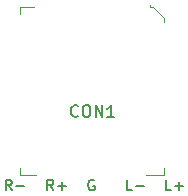
<source format=gto>
G04 #@! TF.GenerationSoftware,KiCad,Pcbnew,(5.1.0)-1*
G04 #@! TF.CreationDate,2019-05-30T22:41:51-04:00*
G04 #@! TF.ProjectId,phoenix-adapter,70686f65-6e69-4782-9d61-646170746572,0.1*
G04 #@! TF.SameCoordinates,Original*
G04 #@! TF.FileFunction,Legend,Top*
G04 #@! TF.FilePolarity,Positive*
%FSLAX46Y46*%
G04 Gerber Fmt 4.6, Leading zero omitted, Abs format (unit mm)*
G04 Created by KiCad (PCBNEW (5.1.0)-1) date 2019-05-30 22:41:51*
%MOMM*%
%LPD*%
G04 APERTURE LIST*
%ADD10C,0.203200*%
%ADD11C,0.100000*%
%ADD12C,0.150000*%
G04 APERTURE END LIST*
D10*
X146424833Y-120902166D02*
X146001500Y-120902166D01*
X146001500Y-120013166D01*
X146721166Y-120563500D02*
X147398500Y-120563500D01*
X147059833Y-120902166D02*
X147059833Y-120224833D01*
X143124833Y-120902166D02*
X142701500Y-120902166D01*
X142701500Y-120013166D01*
X143421166Y-120563500D02*
X144098500Y-120563500D01*
X139932833Y-120055500D02*
X139848166Y-120013166D01*
X139721166Y-120013166D01*
X139594166Y-120055500D01*
X139509500Y-120140166D01*
X139467166Y-120224833D01*
X139424833Y-120394166D01*
X139424833Y-120521166D01*
X139467166Y-120690500D01*
X139509500Y-120775166D01*
X139594166Y-120859833D01*
X139721166Y-120902166D01*
X139805833Y-120902166D01*
X139932833Y-120859833D01*
X139975166Y-120817500D01*
X139975166Y-120521166D01*
X139805833Y-120521166D01*
X136424833Y-120902166D02*
X136128500Y-120478833D01*
X135916833Y-120902166D02*
X135916833Y-120013166D01*
X136255500Y-120013166D01*
X136340166Y-120055500D01*
X136382500Y-120097833D01*
X136424833Y-120182500D01*
X136424833Y-120309500D01*
X136382500Y-120394166D01*
X136340166Y-120436500D01*
X136255500Y-120478833D01*
X135916833Y-120478833D01*
X136805833Y-120563500D02*
X137483166Y-120563500D01*
X137144500Y-120902166D02*
X137144500Y-120224833D01*
X132924833Y-120902166D02*
X132628500Y-120478833D01*
X132416833Y-120902166D02*
X132416833Y-120013166D01*
X132755500Y-120013166D01*
X132840166Y-120055500D01*
X132882500Y-120097833D01*
X132924833Y-120182500D01*
X132924833Y-120309500D01*
X132882500Y-120394166D01*
X132840166Y-120436500D01*
X132755500Y-120478833D01*
X132416833Y-120478833D01*
X133305833Y-120563500D02*
X133983166Y-120563500D01*
D11*
X133600000Y-106000000D02*
X133600000Y-105400000D01*
X133600000Y-105400000D02*
X134800000Y-105400000D01*
X133600000Y-119000000D02*
X133600000Y-119600000D01*
X133600000Y-119600000D02*
X135000000Y-119600000D01*
X145800000Y-119000000D02*
X145800000Y-119600000D01*
X145800000Y-119600000D02*
X144300000Y-119600000D01*
X145800000Y-106700000D02*
X145800000Y-106300000D01*
X145800000Y-106300000D02*
X144900000Y-105400000D01*
X144900000Y-105400000D02*
X144600000Y-105400000D01*
X144600000Y-105400000D02*
X144600000Y-105200000D01*
D12*
X138549214Y-114617142D02*
X138501595Y-114664761D01*
X138358738Y-114712380D01*
X138263500Y-114712380D01*
X138120642Y-114664761D01*
X138025404Y-114569523D01*
X137977785Y-114474285D01*
X137930166Y-114283809D01*
X137930166Y-114140952D01*
X137977785Y-113950476D01*
X138025404Y-113855238D01*
X138120642Y-113760000D01*
X138263500Y-113712380D01*
X138358738Y-113712380D01*
X138501595Y-113760000D01*
X138549214Y-113807619D01*
X139168261Y-113712380D02*
X139358738Y-113712380D01*
X139453976Y-113760000D01*
X139549214Y-113855238D01*
X139596833Y-114045714D01*
X139596833Y-114379047D01*
X139549214Y-114569523D01*
X139453976Y-114664761D01*
X139358738Y-114712380D01*
X139168261Y-114712380D01*
X139073023Y-114664761D01*
X138977785Y-114569523D01*
X138930166Y-114379047D01*
X138930166Y-114045714D01*
X138977785Y-113855238D01*
X139073023Y-113760000D01*
X139168261Y-113712380D01*
X140025404Y-114712380D02*
X140025404Y-113712380D01*
X140596833Y-114712380D01*
X140596833Y-113712380D01*
X141596833Y-114712380D02*
X141025404Y-114712380D01*
X141311119Y-114712380D02*
X141311119Y-113712380D01*
X141215880Y-113855238D01*
X141120642Y-113950476D01*
X141025404Y-113998095D01*
M02*

</source>
